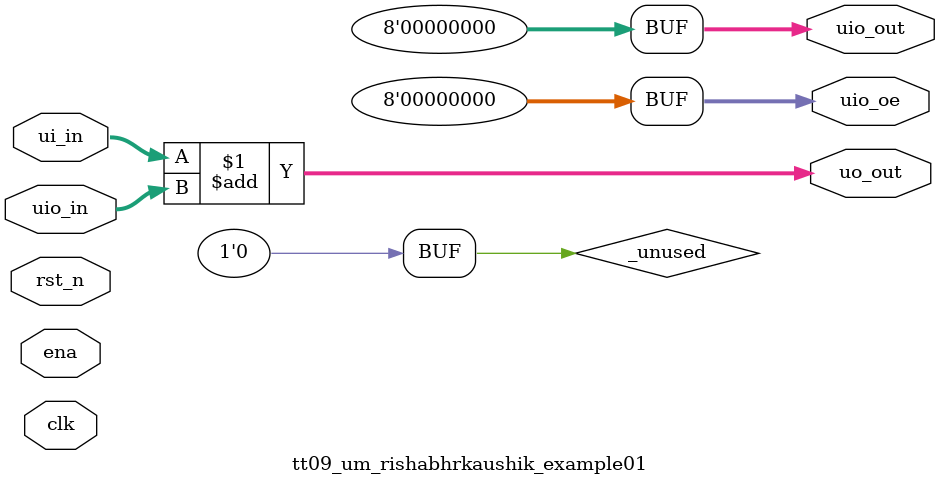
<source format=v>
/*
 * Copyright (c) 2024 Your Name
 * SPDX-License-Identifier: Apache-2.0
 */

`default_nettype none

module tt09_um_rishabhrkaushik_example01 (
    input  wire [7:0] ui_in,    // Dedicated inputs
    output wire [7:0] uo_out,   // Dedicated outputs
    input  wire [7:0] uio_in,   // IOs: Input path
    output wire [7:0] uio_out,  // IOs: Output path
    output wire [7:0] uio_oe,   // IOs: Enable path (active high: 0=input, 1=output)
    input  wire       ena,      // always 1 when the design is powered, so you can ignore it
    input  wire       clk,      // clock
    input  wire       rst_n     // reset_n - low to reset
);

  // All output pins must be assigned. If not used, assign to 0.
  assign uo_out  = ui_in + uio_in;  // Example: ou_out is the sum of ui_in and uio_in
  assign uio_out = 0;
  assign uio_oe  = 0;

  // List all unused inputs to prevent warnings
  wire _unused = &{ena, clk, rst_n, 1'b0};

endmodule

</source>
